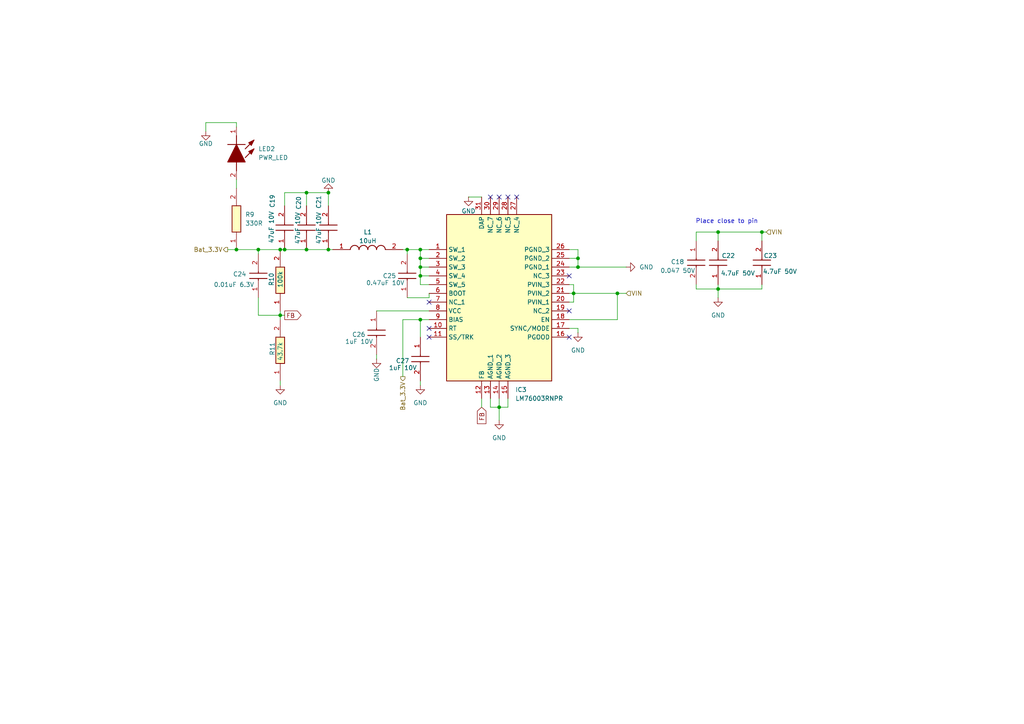
<source format=kicad_sch>
(kicad_sch (version 20250114) (generator "eeschema") (generator_version "9.0")
  (paper "A4")
  (title_block (title "3.3V Regulator"))
  (lib_symbols
    (symbol "SamacSys_Parts:12065D475MAT2A" (pin_names (hide yes))
      (property "Reference" "C" (at 8.89 6.35 0))
      (property "Value" "12065D475MAT2A" (at 8.89 3.81 0))
      (symbol "12065D475MAT2A_1_1"
        (polyline (pts (xy 5.08 0) (xy 5.588 0)) (stroke (width 0.254)))
        (polyline (pts (xy 5.588 2.54) (xy 5.588 -2.54)) (stroke (width 0.254)))
        (polyline (pts (xy 7.112 2.54) (xy 7.112 -2.54)) (stroke (width 0.254)))
        (polyline (pts (xy 7.112 0) (xy 7.62 0)) (stroke (width 0.254)))
        (pin passive line (at 0 0 0) (length 5.08) (name "1") (number "1"))
        (pin passive line (at 12.7 0 180) (length 5.08) (name "2") (number "2"))
      )
    )
    (symbol "SamacSys_Parts:AC0603KPX7R9BB473" (pin_names (hide yes))
      (property "Reference" "C" (at 8.89 6.35 0))
      (property "Value" "AC0603KPX7R9BB473" (at 8.89 3.81 0))
      (symbol "AC0603KPX7R9BB473_1_1"
        (polyline (pts (xy 5.08 0) (xy 5.588 0)) (stroke (width 0.254)))
        (polyline (pts (xy 5.588 2.54) (xy 5.588 -2.54)) (stroke (width 0.254)))
        (polyline (pts (xy 7.112 2.54) (xy 7.112 -2.54)) (stroke (width 0.254)))
        (polyline (pts (xy 7.112 0) (xy 7.62 0)) (stroke (width 0.254)))
        (pin passive line (at 0 0 0) (length 5.08) (name "1") (number "1"))
        (pin passive line (at 12.7 0 180) (length 5.08) (name "2") (number "2"))
      )
    )
    (symbol "SamacSys_Parts:C0603C103K9RACTU" (pin_names (hide yes))
      (property "Reference" "C" (at 8.89 6.35 0))
      (property "Value" "C0603C103K9RACTU" (at 8.89 3.81 0))
      (symbol "C0603C103K9RACTU_1_1"
        (polyline (pts (xy 5.08 0) (xy 5.588 0)) (stroke (width 0.254)))
        (polyline (pts (xy 5.588 2.54) (xy 5.588 -2.54)) (stroke (width 0.254)))
        (polyline (pts (xy 7.112 2.54) (xy 7.112 -2.54)) (stroke (width 0.254)))
        (polyline (pts (xy 7.112 0) (xy 7.62 0)) (stroke (width 0.254)))
        (pin passive line (at 0 0 0) (length 5.08) (name "1") (number "1"))
        (pin passive line (at 12.7 0 180) (length 5.08) (name "2") (number "2"))
      )
    )
    (symbol "SamacSys_Parts:CRCW0805100KJNEA" (pin_names (hide yes))
      (property "Reference" "R" (at 13.97 6.35 0))
      (property "Value" "CRCW0805100KJNEA" (at 13.97 3.81 0))
      (symbol "CRCW0805100KJNEA_1_1"
        (rectangle (start 5.08 1.27) (end 12.7 -1.27) (stroke (width 0.254)) (fill (type background)))
        (pin passive line (at 0 0 0) (length 5.08) (name "1") (number "1"))
        (pin passive line (at 17.78 0 180) (length 5.08) (name "2") (number "2"))
      )
    )
    (symbol "SamacSys_Parts:GRM188R71A474JA61J" (pin_names (hide yes))
      (property "Reference" "C" (at 8.89 6.35 0))
      (property "Value" "GRM188R71A474JA61J" (at 8.89 3.81 0))
      (symbol "GRM188R71A474JA61J_1_1"
        (polyline (pts (xy 5.08 0) (xy 5.588 0)) (stroke (width 0.254)))
        (polyline (pts (xy 5.588 2.54) (xy 5.588 -2.54)) (stroke (width 0.254)))
        (polyline (pts (xy 7.112 2.54) (xy 7.112 -2.54)) (stroke (width 0.254)))
        (polyline (pts (xy 7.112 0) (xy 7.62 0)) (stroke (width 0.254)))
        (pin passive line (at 0 0 0) (length 5.08) (name "1") (number "1"))
        (pin passive line (at 12.7 0 180) (length 5.08) (name "2") (number "2"))
      )
    )
    (symbol "SamacSys_Parts:GRM21BR61A476ME15L" (pin_names (hide yes))
      (property "Reference" "C" (at 8.89 6.35 0))
      (property "Value" "GRM21BR61A476ME15L" (at 8.89 3.81 0))
      (symbol "GRM21BR61A476ME15L_1_1"
        (polyline (pts (xy 5.08 0) (xy 5.588 0)) (stroke (width 0.254)))
        (polyline (pts (xy 5.588 2.54) (xy 5.588 -2.54)) (stroke (width 0.254)))
        (polyline (pts (xy 7.112 2.54) (xy 7.112 -2.54)) (stroke (width 0.254)))
        (polyline (pts (xy 7.112 0) (xy 7.62 0)) (stroke (width 0.254)))
        (pin passive line (at 0 0 0) (length 5.08) (name "1") (number "1"))
        (pin passive line (at 12.7 0 180) (length 5.08) (name "2") (number "2"))
      )
    )
    (symbol "SamacSys_Parts:IHLP2525BDER100M01" (pin_names (hide yes))
      (property "Reference" "L" (at 16.51 6.35 0))
      (property "Value" "IHLP2525BDER100M01" (at 16.51 3.81 0))
      (symbol "IHLP2525BDER100M01_1_1"
        (arc (start 5.08 0) (mid 6.35 1.219) (end 7.62 0) (stroke (width 0.254)))
        (arc (start 7.62 0) (mid 8.89 1.219) (end 10.16 0) (stroke (width 0.254)))
        (arc (start 10.16 0) (mid 11.43 1.219) (end 12.7 0) (stroke (width 0.254)))
        (arc (start 12.7 0) (mid 13.97 1.219) (end 15.24 0) (stroke (width 0.254)))
        (pin passive line (at 0 0 0) (length 5.08) (name "1") (number "1"))
        (pin passive line (at 20.32 0 180) (length 5.08) (name "2") (number "2"))
      )
    )
    (symbol "SamacSys_Parts:KR_EELP41.22-Q1S1-36-A8J8-020-R18" (pin_names (hide yes))
      (property "Reference" "LED" (at 12.7 8.89 0))
      (property "Value" "KR_EELP41.22-Q1S1-36-A8J8-020-R18" (at 12.7 6.35 0))
      (symbol "KR_EELP41.22-Q1S1-36-A8J8-020-R18_1_1"
        (polyline (pts (xy 2.54 0) (xy 5.08 0)) (stroke (width 0.254)))
        (polyline (pts (xy 5.08 2.54) (xy 5.08 -2.54)) (stroke (width 0.254)))
        (polyline (pts (xy 5.08 0) (xy 10.16 2.54) (xy 10.16 -2.54) (xy 5.08 0)) (stroke (width 0.254)) (fill (type outline)))
        (polyline (pts (xy 5.334 4.318) (xy 4.572 3.556) (xy 3.81 5.08) (xy 5.334 4.318)) (stroke (width 0.254)) (fill (type outline)))
        (polyline (pts (xy 6.35 2.54) (xy 3.81 5.08)) (stroke (width 0.254)))
        (polyline (pts (xy 7.874 4.318) (xy 7.112 3.556) (xy 6.35 5.08) (xy 7.874 4.318)) (stroke (width 0.254)) (fill (type outline)))
        (polyline (pts (xy 8.89 2.54) (xy 6.35 5.08)) (stroke (width 0.254)))
        (polyline (pts (xy 10.16 0) (xy 12.7 0)) (stroke (width 0.254)))
        (pin passive line (at 0 0 0) (length 2.54) (name "K") (number "1"))
        (pin passive line (at 15.24 0 180) (length 2.54) (name "A") (number "2"))
      )
    )
    (symbol "SamacSys_Parts:LM76003RNPR"
      (property "Reference" "IC" (at 36.83 15.24 0))
      (property "Value" "LM76003RNPR" (at 36.83 12.7 0))
      (symbol "LM76003RNPR_1_1"
        (rectangle (start 5.08 10.16) (end 35.56 -38.1) (stroke (width 0.254)) (fill (type background)))
        (pin passive line (at 0 0 0) (length 5.08) (name "SW_1") (number "1"))
        (pin passive line (at 0 -2.54 0) (length 5.08) (name "SW_2") (number "2"))
        (pin passive line (at 0 -5.08 0) (length 5.08) (name "SW_3") (number "3"))
        (pin passive line (at 0 -7.62 0) (length 5.08) (name "SW_4") (number "4"))
        (pin passive line (at 0 -10.16 0) (length 5.08) (name "SW_5") (number "5"))
        (pin passive line (at 0 -12.7 0) (length 5.08) (name "BOOT") (number "6"))
        (pin passive line (at 0 -15.24 0) (length 5.08) (name "NC_1") (number "7"))
        (pin passive line (at 0 -17.78 0) (length 5.08) (name "VCC") (number "8"))
        (pin passive line (at 0 -20.32 0) (length 5.08) (name "BIAS") (number "9"))
        (pin passive line (at 0 -22.86 0) (length 5.08) (name "RT") (number "10"))
        (pin passive line (at 0 -25.4 0) (length 5.08) (name "SS/TRK") (number "11"))
        (pin passive line (at 15.24 15.24 270) (length 5.08) (name "DAP") (number "31"))
        (pin passive line (at 15.24 -43.18 90) (length 5.08) (name "FB") (number "12"))
        (pin passive line (at 17.78 15.24 270) (length 5.08) (name "NC_7") (number "30"))
        (pin passive line (at 17.78 -43.18 90) (length 5.08) (name "AGND_1") (number "13"))
        (pin passive line (at 20.32 15.24 270) (length 5.08) (name "NC_6") (number "29"))
        (pin passive line (at 20.32 -43.18 90) (length 5.08) (name "AGND_2") (number "14"))
        (pin passive line (at 22.86 15.24 270) (length 5.08) (name "NC_5") (number "28"))
        (pin passive line (at 22.86 -43.18 90) (length 5.08) (name "AGND_3") (number "15"))
        (pin passive line (at 25.4 15.24 270) (length 5.08) (name "NC_4") (number "27"))
        (pin passive line (at 40.64 0 180) (length 5.08) (name "PGND_3") (number "26"))
        (pin passive line (at 40.64 -2.54 180) (length 5.08) (name "PGND_2") (number "25"))
        (pin passive line (at 40.64 -5.08 180) (length 5.08) (name "PGND_1") (number "24"))
        (pin passive line (at 40.64 -7.62 180) (length 5.08) (name "NC_3") (number "23"))
        (pin passive line (at 40.64 -10.16 180) (length 5.08) (name "PVIN_3") (number "22"))
        (pin passive line (at 40.64 -12.7 180) (length 5.08) (name "PVIN_2") (number "21"))
        (pin passive line (at 40.64 -15.24 180) (length 5.08) (name "PVIN_1") (number "20"))
        (pin passive line (at 40.64 -17.78 180) (length 5.08) (name "NC_2") (number "19"))
        (pin passive line (at 40.64 -20.32 180) (length 5.08) (name "EN") (number "18"))
        (pin passive line (at 40.64 -22.86 180) (length 5.08) (name "SYNC/MODE") (number "17"))
        (pin passive line (at 40.64 -25.4 180) (length 5.08) (name "PGOOD") (number "16"))
      )
    )
    (symbol "SamacSys_Parts:LMK107B7105KA-T" (pin_names (hide yes))
      (property "Reference" "C" (at 8.89 6.35 0))
      (property "Value" "LMK107B7105KA-T" (at 8.89 3.81 0))
      (symbol "LMK107B7105KA-T_1_1"
        (polyline (pts (xy 5.08 0) (xy 5.588 0)) (stroke (width 0.254)))
        (polyline (pts (xy 5.588 2.54) (xy 5.588 -2.54)) (stroke (width 0.254)))
        (polyline (pts (xy 7.112 2.54) (xy 7.112 -2.54)) (stroke (width 0.254)))
        (polyline (pts (xy 7.112 0) (xy 7.62 0)) (stroke (width 0.254)))
        (pin passive line (at 0 0 0) (length 5.08) (name "1") (number "1"))
        (pin passive line (at 12.7 0 180) (length 5.08) (name "2") (number "2"))
      )
    )
    (symbol "SamacSys_Parts:MCU08050C3300FP500" (pin_names (hide yes))
      (property "Reference" "R" (at 13.97 6.35 0))
      (property "Value" "MCU08050C3300FP500" (at 13.97 3.81 0))
      (symbol "MCU08050C3300FP500_1_1"
        (rectangle (start 5.08 1.27) (end 12.7 -1.27) (stroke (width 0.254)) (fill (type background)))
        (pin passive line (at 0 0 0) (length 5.08) (name "1") (number "1"))
        (pin passive line (at 17.78 0 180) (length 5.08) (name "2") (number "2"))
      )
    )
    (symbol "SamacSys_Parts:TNPW040243K7BEED" (pin_names (hide yes))
      (property "Reference" "R" (at 13.97 6.35 0))
      (property "Value" "TNPW040243K7BEED" (at 13.97 3.81 0))
      (symbol "TNPW040243K7BEED_1_1"
        (rectangle (start 5.08 1.27) (end 12.7 -1.27) (stroke (width 0.254)) (fill (type background)))
        (pin passive line (at 0 0 0) (length 5.08) (name "1") (number "1"))
        (pin passive line (at 17.78 0 180) (length 5.08) (name "2") (number "2"))
      )
    )
    (symbol "power:GND" (power) (pin_numbers (hide yes)) (pin_names (offset 0) (hide yes))
      (property "Value" "GND" (at 0 -3.81 0))
      (symbol "GND_0_1"
        (polyline (pts (xy 0 0) (xy 0 -1.27) (xy 1.27 -1.27) (xy 0 -2.54) (xy -1.27 -1.27) (xy 0 -1.27)))
      )
      (symbol "GND_1_1"
        (pin power_in line (at 0 0 270) (length 0) (name "~") (number "1"))
      )
    )
  )
  (text "Place close to pin" (at 210.82 64.262 0) (effects (font (size 1.27 1.27))))
  (junction (at 74.93 72.39))
  (junction (at 208.28 67.31))
  (junction (at 121.92 74.93))
  (junction (at 121.92 80.01))
  (junction (at 95.25 72.39))
  (junction (at 118.11 72.39))
  (junction (at 121.92 72.39))
  (junction (at 144.78 118.11))
  (junction (at 179.07 85.09))
  (junction (at 68.58 72.39))
  (junction (at 121.92 92.71))
  (junction (at 81.28 72.39))
  (junction (at 121.92 77.47))
  (junction (at 220.98 67.31))
  (junction (at 167.64 77.47))
  (junction (at 166.37 85.09))
  (junction (at 88.9 55.88))
  (junction (at 208.28 83.82))
  (junction (at 81.28 91.44))
  (junction (at 82.55 72.39))
  (junction (at 88.9 72.39))
  (junction (at 95.25 55.88))
  (junction (at 167.64 74.93))
  (no_connect (at 124.46 95.25))
  (no_connect (at 144.78 57.15))
  (no_connect (at 124.46 87.63))
  (no_connect (at 165.1 90.17))
  (no_connect (at 165.1 80.01))
  (no_connect (at 165.1 97.79))
  (no_connect (at 149.86 57.15))
  (no_connect (at 124.46 97.79))
  (no_connect (at 147.32 57.15))
  (no_connect (at 142.24 57.15))
  (wire (pts (xy 74.93 72.39) (xy 81.28 72.39)))
  (wire (pts (xy 167.64 77.47) (xy 181.61 77.47)))
  (wire (pts (xy 121.92 97.79) (xy 121.92 92.71)))
  (wire (pts (xy 81.28 72.39) (xy 82.55 72.39)))
  (wire (pts (xy 166.37 87.63) (xy 165.1 87.63)))
  (wire (pts (xy 68.58 52.07) (xy 68.58 54.61)))
  (wire (pts (xy 68.58 35.56) (xy 68.58 36.83)))
  (wire (pts (xy 124.46 82.55) (xy 121.92 82.55)))
  (wire (pts (xy 121.92 110.49) (xy 121.92 111.76)))
  (wire (pts (xy 165.1 74.93) (xy 167.64 74.93)))
  (wire (pts (xy 82.55 72.39) (xy 88.9 72.39)))
  (wire (pts (xy 208.28 86.36) (xy 208.28 83.82)))
  (wire (pts (xy 118.11 73.66) (xy 118.11 72.39)))
  (wire (pts (xy 121.92 74.93) (xy 124.46 74.93)))
  (wire (pts (xy 220.98 67.31) (xy 220.98 69.85)))
  (wire (pts (xy 139.7 115.57) (xy 139.7 118.11)))
  (wire (pts (xy 59.69 38.1) (xy 59.69 35.56)))
  (wire (pts (xy 165.1 72.39) (xy 167.64 72.39)))
  (wire (pts (xy 121.92 77.47) (xy 121.92 74.93)))
  (wire (pts (xy 88.9 55.88) (xy 88.9 59.69)))
  (wire (pts (xy 68.58 72.39) (xy 74.93 72.39)))
  (wire (pts (xy 121.92 92.71) (xy 124.46 92.71)))
  (wire (pts (xy 179.07 92.71) (xy 179.07 85.09)))
  (wire (pts (xy 74.93 73.66) (xy 74.93 72.39)))
  (wire (pts (xy 74.93 86.36) (xy 74.93 91.44)))
  (wire (pts (xy 81.28 110.49) (xy 81.28 111.76)))
  (wire (pts (xy 121.92 74.93) (xy 121.92 72.39)))
  (wire (pts (xy 208.28 82.55) (xy 208.28 83.82)))
  (wire (pts (xy 147.32 115.57) (xy 147.32 118.11)))
  (wire (pts (xy 201.93 82.55) (xy 201.93 83.82)))
  (wire (pts (xy 166.37 85.09) (xy 166.37 87.63)))
  (wire (pts (xy 95.25 72.39) (xy 96.52 72.39)))
  (wire (pts (xy 88.9 72.39) (xy 95.25 72.39)))
  (wire (pts (xy 116.84 109.22) (xy 116.84 92.71)))
  (wire (pts (xy 135.89 57.15) (xy 139.7 57.15)))
  (wire (pts (xy 88.9 55.88) (xy 95.25 55.88)))
  (wire (pts (xy 124.46 86.36) (xy 124.46 85.09)))
  (wire (pts (xy 95.25 55.88) (xy 95.25 59.69)))
  (wire (pts (xy 220.98 67.31) (xy 222.25 67.31)))
  (wire (pts (xy 121.92 82.55) (xy 121.92 80.01)))
  (wire (pts (xy 121.92 77.47) (xy 124.46 77.47)))
  (wire (pts (xy 144.78 115.57) (xy 144.78 118.11)))
  (wire (pts (xy 118.11 86.36) (xy 124.46 86.36)))
  (wire (pts (xy 167.64 96.52) (xy 167.64 95.25)))
  (wire (pts (xy 208.28 67.31) (xy 208.28 69.85)))
  (wire (pts (xy 201.93 67.31) (xy 208.28 67.31)))
  (wire (pts (xy 81.28 91.44) (xy 81.28 92.71)))
  (wire (pts (xy 166.37 82.55) (xy 166.37 85.09)))
  (wire (pts (xy 116.84 72.39) (xy 118.11 72.39)))
  (wire (pts (xy 208.28 67.31) (xy 220.98 67.31)))
  (wire (pts (xy 181.61 85.09) (xy 179.07 85.09)))
  (wire (pts (xy 166.37 85.09) (xy 179.07 85.09)))
  (wire (pts (xy 116.84 92.71) (xy 121.92 92.71)))
  (wire (pts (xy 118.11 72.39) (xy 121.92 72.39)))
  (wire (pts (xy 109.22 90.17) (xy 124.46 90.17)))
  (wire (pts (xy 144.78 118.11) (xy 147.32 118.11)))
  (wire (pts (xy 109.22 102.87) (xy 109.22 104.14)))
  (wire (pts (xy 165.1 92.71) (xy 179.07 92.71)))
  (wire (pts (xy 82.55 55.88) (xy 88.9 55.88)))
  (wire (pts (xy 165.1 85.09) (xy 166.37 85.09)))
  (wire (pts (xy 121.92 80.01) (xy 121.92 77.47)))
  (wire (pts (xy 74.93 91.44) (xy 81.28 91.44)))
  (wire (pts (xy 142.24 115.57) (xy 142.24 118.11)))
  (wire (pts (xy 142.24 118.11) (xy 144.78 118.11)))
  (wire (pts (xy 167.64 95.25) (xy 165.1 95.25)))
  (wire (pts (xy 144.78 118.11) (xy 144.78 121.92)))
  (wire (pts (xy 220.98 82.55) (xy 220.98 83.82)))
  (wire (pts (xy 165.1 82.55) (xy 166.37 82.55)))
  (wire (pts (xy 208.28 83.82) (xy 220.98 83.82)))
  (wire (pts (xy 121.92 80.01) (xy 124.46 80.01)))
  (wire (pts (xy 201.93 83.82) (xy 208.28 83.82)))
  (wire (pts (xy 81.28 91.44) (xy 82.55 91.44)))
  (wire (pts (xy 59.69 35.56) (xy 68.58 35.56)))
  (wire (pts (xy 121.92 72.39) (xy 124.46 72.39)))
  (wire (pts (xy 165.1 77.47) (xy 167.64 77.47)))
  (wire (pts (xy 66.04 72.39) (xy 68.58 72.39)))
  (wire (pts (xy 167.64 74.93) (xy 167.64 77.47)))
  (wire (pts (xy 81.28 90.17) (xy 81.28 91.44)))
  (wire (pts (xy 201.93 69.85) (xy 201.93 67.31)))
  (wire (pts (xy 82.55 59.69) (xy 82.55 55.88)))
  (wire (pts (xy 167.64 72.39) (xy 167.64 74.93)))
  (global_label "FB" (shape output) (at 82.55 91.44 0) (property "Intersheetrefs" "${INTERSHEET_REFS}" (effects (hide yes))))
  (global_label "FB" (shape input) (at 139.7 118.11 270) (property "Intersheetrefs" "${INTERSHEET_REFS}" (effects (hide yes))))
  (hierarchical_label "VIN" (shape input) (at 181.61 85.09 0))
  (hierarchical_label "VIN" (shape input) (at 222.25 67.31 0))
  (hierarchical_label "Bat_3.3V" (shape output) (at 66.04 72.39 180))
  (hierarchical_label "Bat_3.3V" (shape output) (at 116.84 109.22 270))
  (symbol (lib_id "power:GND") (at 135.89 57.15 0) (unit 1)
    (property "Reference" "#PWR022" (effects (hide yes)))
    (property "Value" "GND" (at 135.89 61.214 0))
    (property "Description" "Power symbol creates a global label with name \"GND\" , ground" (effects (hide yes)))
  )
  (symbol (lib_id "SamacSys_Parts:GRM188R71A474JA61J") (at 118.11 86.36 90) (unit 1)
    (property "Reference" "C25" (at 110.998 80.01 90) (effects (justify right)))
    (property "Value" "0.47uF 10V" (at 106.172 82.042 90) (effects (justify right)))
    (property "Footprint" "CAPC1608X90N" (effects (hide yes)))
    (property "Datasheet" "https://search.murata.co.jp/Ceramy/image/img/A01X/G101/ENG/GRM188R71A474JA61-01A.pdf" (effects (hide yes)))
    (property "Description" "Chip Capacitor value 474" (effects (hide yes)))
    (property "Height" "0.9" (effects (hide yes)))
    (property "Manufacturer_Name" "Murata Electronics" (effects (hide yes)))
    (property "Manufacturer_Part_Number" "GRM188R71A474JA61J" (effects (hide yes)))
  )
  (symbol (lib_id "SamacSys_Parts:KR_EELP41.22-Q1S1-36-A8J8-020-R18") (at 68.58 36.83 270) (unit 1)
    (property "Reference" "LED2" (at 74.93 43.1799 90) (effects (justify left)))
    (property "Value" "PWR_LED" (at 74.93 45.7199 90) (effects (justify left)))
    (property "Footprint" "KREELP4122Q1S136A8J8020R18" (effects (hide yes)))
    (property "Datasheet" "https://look.ams-osram.com/m/7eda7e8e2ca21691/original/KR-EELP41-22.pdf" (effects (hide yes)))
    (property "Description" "Red 624nm LED Indication - Discrete 1.95V 0603 (1608 Metric)" (effects (hide yes)))
    (property "Height" "0.5" (effects (hide yes)))
    (property "Mouser Part Number" "720-P412Q1S136A8J802" (effects (hide yes)))
    (property "Mouser Price/Stock" "https://www.mouser.co.uk/ProductDetail/ams-OSRAM/KR-EELP41.22-Q1S1-36-A8J8-020-R18?qs=ZcfC38r4PouTxNZSRl%252Bn6g%3D%3D" (effects (hide yes)))
    (property "Manufacturer_Name" "ams OSRAM" (effects (hide yes)))
    (property "Manufacturer_Part_Number" "KR EELP41.22-Q1S1-36-A8J8-020-R18" (effects (hide yes)))
  )
  (symbol (lib_id "SamacSys_Parts:IHLP2525BDER100M01") (at 96.52 72.39 0) (unit 1)
    (property "Reference" "L1" (at 106.68 67.31 0))
    (property "Value" "10uH" (at 106.68 69.85 0))
    (property "Footprint" "INDPM6965X240N" (effects (hide yes)))
    (property "Datasheet" "https://datasheet.datasheetarchive.com/originals/distributors/Datasheets-DGA11/2254165.pdf" (effects (hide yes)))
    (property "Description" "Vishay IHLP2525BD-01 Series Shielded Wire-wound SMD Inductor 10 uH +/-20% 7A Idc" (effects (hide yes)))
    (property "Height" "2.4" (effects (hide yes)))
    (property "Mouser Part Number" "70-IHLP2525BDER100M1" (effects (hide yes)))
    (property "Mouser Price/Stock" "https://www.mouser.co.uk/ProductDetail/Vishay-Dale/IHLP2525BDER100M01?qs=Ii3MhEF6M57xUYSRDLsUoA%3D%3D" (effects (hide yes)))
    (property "Manufacturer_Name" "Vishay" (effects (hide yes)))
    (property "Manufacturer_Part_Number" "IHLP2525BDER100M01" (effects (hide yes)))
  )
  (symbol (lib_id "SamacSys_Parts:GRM21BR61A476ME15L") (at 82.55 72.39 90) (unit 1)
    (property "Reference" "C19" (at 78.994 56.388 0) (effects (justify right)))
    (property "Value" "47uF 10V" (at 78.74 61.214 0) (effects (justify right)))
    (property "Footprint" "CAPC2012X145N" (effects (hide yes)))
    (property "Datasheet" "https://search.murata.co.jp/Ceramy/image/img/A01X/G101/ENG/GRM21BR61A476ME15-01A.pdf" (effects (hide yes)))
    (property "Description" "Multilayer Ceramic Capacitors MLCC - SMD/SMT 0805 47uF 10volts *Derate Voltage/Temp" (effects (hide yes)))
    (property "Height" "1.45" (effects (hide yes)))
    (property "Mouser Part Number" "81-GRM21BR61A476ME5L" (effects (hide yes)))
    (property "Mouser Price/Stock" "https://www.mouser.co.uk/ProductDetail/Murata-Electronics/GRM21BR61A476ME15L?qs=hNud%2FORuBR2%2FEB7WUpdltg%3D%3D" (effects (hide yes)))
    (property "Manufacturer_Name" "Murata Electronics" (effects (hide yes)))
    (property "Manufacturer_Part_Number" "GRM21BR61A476ME15L" (effects (hide yes)))
  )
  (symbol (lib_id "power:GND") (at 59.69 38.1 0) (unit 1)
    (property "Reference" "#PWR020" (effects (hide yes)))
    (property "Value" "GND" (at 59.69 41.656 0))
    (property "Description" "Power symbol creates a global label with name \"GND\" , ground" (effects (hide yes)))
  )
  (symbol (lib_id "power:GND") (at 181.61 77.47 90) (unit 1)
    (property "Reference" "#PWR023" (effects (hide yes)))
    (property "Value" "GND" (at 185.42 77.4699 90) (effects (justify right)))
    (property "Description" "Power symbol creates a global label with name \"GND\" , ground" (effects (hide yes)))
  )
  (symbol (lib_id "power:GND") (at 144.78 121.92 0) (unit 1)
    (property "Reference" "#PWR029" (effects (hide yes)))
    (property "Value" "GND" (at 144.78 127 0))
    (property "Description" "Power symbol creates a global label with name \"GND\" , ground" (effects (hide yes)))
  )
  (symbol (lib_id "SamacSys_Parts:GRM21BR61A476ME15L") (at 95.25 72.39 90) (unit 1)
    (property "Reference" "C21" (at 92.456 56.642 0) (effects (justify right)))
    (property "Value" "47uF 10V" (at 92.456 61.468 0) (effects (justify right)))
    (property "Footprint" "CAPC2012X145N" (effects (hide yes)))
    (property "Datasheet" "https://search.murata.co.jp/Ceramy/image/img/A01X/G101/ENG/GRM21BR61A476ME15-01A.pdf" (effects (hide yes)))
    (property "Description" "Multilayer Ceramic Capacitors MLCC - SMD/SMT 0805 47uF 10volts *Derate Voltage/Temp" (effects (hide yes)))
    (property "Height" "1.45" (effects (hide yes)))
    (property "Mouser Part Number" "81-GRM21BR61A476ME5L" (effects (hide yes)))
    (property "Mouser Price/Stock" "https://www.mouser.co.uk/ProductDetail/Murata-Electronics/GRM21BR61A476ME15L?qs=hNud%2FORuBR2%2FEB7WUpdltg%3D%3D" (effects (hide yes)))
    (property "Manufacturer_Name" "Murata Electronics" (effects (hide yes)))
    (property "Manufacturer_Part_Number" "GRM21BR61A476ME15L" (effects (hide yes)))
  )
  (symbol (lib_id "power:GND") (at 208.28 86.36 0) (unit 1)
    (property "Reference" "#PWR024" (effects (hide yes)))
    (property "Value" "GND" (at 208.28 91.44 0))
    (property "Description" "Power symbol creates a global label with name \"GND\" , ground" (effects (hide yes)))
  )
  (symbol (lib_id "SamacSys_Parts:LMK107B7105KA-T") (at 109.22 90.17 270) (unit 1)
    (property "Reference" "C26" (at 102.108 97.028 90) (effects (justify left)))
    (property "Value" "1uF 10V" (at 100.076 99.06 90) (effects (justify left)))
    (property "Footprint" "CAPC1608X90N" (effects (hide yes)))
    (property "Datasheet" "https://ds.yuden.co.jp/TYCOMPAS/ut/detail?pn=LMK107B7105KA-T%20%20&u=M" (effects (hide yes)))
    (property "Description" "Taiyo Yuden LMK107B7105KA-T 1uF Multilayer Ceramic Capacitor MLCC 10V dc +/-10% Tolerance SMD" (effects (hide yes)))
    (property "Height" "0.9" (effects (hide yes)))
    (property "Mouser Part Number" "963-LMK107B7105KA-T" (effects (hide yes)))
    (property "Mouser Price/Stock" "https://www.mouser.co.uk/ProductDetail/TAIYO-YUDEN/LMK107B7105KA-T?qs=PzICbMaShUcSYTxLDnqe3A%3D%3D" (effects (hide yes)))
    (property "Manufacturer_Name" "TAIYO YUDEN" (effects (hide yes)))
    (property "Manufacturer_Part_Number" "LMK107B7105KA-T" (effects (hide yes)))
  )
  (symbol (lib_id "power:GND") (at 109.22 104.14 0) (unit 1)
    (property "Reference" "#PWR026" (effects (hide yes)))
    (property "Value" "GND" (at 109.22 106.68 90) (effects (justify right)))
    (property "Description" "Power symbol creates a global label with name \"GND\" , ground" (effects (hide yes)))
  )
  (symbol (lib_id "power:GND") (at 121.92 111.76 0) (unit 1)
    (property "Reference" "#PWR028" (effects (hide yes)))
    (property "Value" "GND" (at 121.92 116.84 0))
    (property "Description" "Power symbol creates a global label with name \"GND\" , ground" (effects (hide yes)))
  )
  (symbol (lib_id "SamacSys_Parts:AC0603KPX7R9BB473") (at 201.93 69.85 270) (unit 1)
    (property "Reference" "C18" (at 194.564 75.946 90) (effects (justify left)))
    (property "Value" "0.047 50V" (at 191.516 78.486 90) (effects (justify left)))
    (property "Footprint" "CAPC1608X90N" (effects (hide yes)))
    (property "Datasheet" "https://www.yageo.com/upload/media/product/productsearch/datasheet/mlcc/UPY-AC_NP0X7RX7S_6.3V-to-2KV_19.pdf" (effects (hide yes)))
    (property "Description" "Multilayer Ceramic Capacitors MLCC - SMD/SMT 50V 0.047uF X7R 0603 10% AEC-Q200" (effects (hide yes)))
    (property "Height" "0.9" (effects (hide yes)))
    (property "Mouser Part Number" "603-AC603KPX7R9BB473" (effects (hide yes)))
    (property "Mouser Price/Stock" "https://www.mouser.co.uk/ProductDetail/YAGEO/AC0603KPX7R9BB473?qs=A6eO%252BMLsxmQR%252BGuuoVGLIQ%3D%3D" (effects (hide yes)))
    (property "Manufacturer_Name" "YAGEO" (effects (hide yes)))
    (property "Manufacturer_Part_Number" "AC0603KPX7R9BB473" (effects (hide yes)))
  )
  (symbol (lib_id "SamacSys_Parts:GRM21BR61A476ME15L") (at 88.9 72.39 90) (unit 1)
    (property "Reference" "C20" (at 86.614 56.896 0) (effects (justify right)))
    (property "Value" "47uF 10V" (at 86.36 61.468 0) (effects (justify right)))
    (property "Footprint" "CAPC2012X145N" (effects (hide yes)))
    (property "Datasheet" "https://search.murata.co.jp/Ceramy/image/img/A01X/G101/ENG/GRM21BR61A476ME15-01A.pdf" (effects (hide yes)))
    (property "Description" "Multilayer Ceramic Capacitors MLCC - SMD/SMT 0805 47uF 10volts *Derate Voltage/Temp" (effects (hide yes)))
    (property "Height" "1.45" (effects (hide yes)))
    (property "Mouser Part Number" "81-GRM21BR61A476ME5L" (effects (hide yes)))
    (property "Mouser Price/Stock" "https://www.mouser.co.uk/ProductDetail/Murata-Electronics/GRM21BR61A476ME15L?qs=hNud%2FORuBR2%2FEB7WUpdltg%3D%3D" (effects (hide yes)))
    (property "Manufacturer_Name" "Murata Electronics" (effects (hide yes)))
    (property "Manufacturer_Part_Number" "GRM21BR61A476ME15L" (effects (hide yes)))
  )
  (symbol (lib_id "power:GND") (at 81.28 111.76 0) (unit 1)
    (property "Reference" "#PWR027" (effects (hide yes)))
    (property "Value" "GND" (at 81.28 116.84 0))
    (property "Description" "Power symbol creates a global label with name \"GND\" , ground" (effects (hide yes)))
  )
  (symbol (lib_id "SamacSys_Parts:12065D475MAT2A") (at 208.28 82.55 90) (unit 1)
    (property "Reference" "C22" (at 209.296 74.168 90) (effects (justify right)))
    (property "Value" "4.7uF 50V" (at 209.042 79.248 90) (effects (justify right)))
    (property "Footprint" "CAPC3216X229N" (effects (hide yes)))
    (property "Datasheet" "https://www.mouser.co.uk/datasheet/2/40/cx5r-776519.pdf" (effects (hide yes)))
    (property "Description" "General Purpose Dielectric for Ceramic Capacitors  EIA Class II Dielectric  Temperature variation of capacitance is within +/-15% from -55C to +85C  Well suited for decoupling and filtering applications  Available in High Capacitance values (up to 100uF)" (effects (hide yes)))
    (property "Height" "2.29" (effects (hide yes)))
    (property "Mouser Part Number" "581-12065D475MAT2A" (effects (hide yes)))
    (property "Mouser Price/Stock" "https://www.mouser.co.uk/ProductDetail/Kyocera-AVX/12065D475MAT2A?qs=ZBeOGGPQgEE6l2JlGqsrwg%3D%3D" (effects (hide yes)))
    (property "Manufacturer_Name" "Kyocera AVX" (effects (hide yes)))
    (property "Manufacturer_Part_Number" "12065D475MAT2A" (effects (hide yes)))
  )
  (symbol (lib_id "SamacSys_Parts:12065D475MAT2A") (at 220.98 82.55 90) (unit 1)
    (property "Reference" "C23" (at 221.488 74.168 90) (effects (justify right)))
    (property "Value" "4.7uF 50V" (at 221.234 78.74 90) (effects (justify right)))
    (property "Footprint" "CAPC3216X229N" (effects (hide yes)))
    (property "Datasheet" "https://www.mouser.co.uk/datasheet/2/40/cx5r-776519.pdf" (effects (hide yes)))
    (property "Description" "General Purpose Dielectric for Ceramic Capacitors  EIA Class II Dielectric  Temperature variation of capacitance is within +/-15% from -55C to +85C  Well suited for decoupling and filtering applications  Available in High Capacitance values (up to 100uF)" (effects (hide yes)))
    (property "Height" "2.29" (effects (hide yes)))
    (property "Mouser Part Number" "581-12065D475MAT2A" (effects (hide yes)))
    (property "Mouser Price/Stock" "https://www.mouser.co.uk/ProductDetail/Kyocera-AVX/12065D475MAT2A?qs=ZBeOGGPQgEE6l2JlGqsrwg%3D%3D" (effects (hide yes)))
    (property "Manufacturer_Name" "Kyocera AVX" (effects (hide yes)))
    (property "Manufacturer_Part_Number" "12065D475MAT2A" (effects (hide yes)))
  )
  (symbol (lib_id "SamacSys_Parts:TNPW040243K7BEED") (at 81.28 110.49 90) (unit 1)
    (property "Reference" "R11" (at 78.994 103.124 0) (effects (justify left)))
    (property "Value" "43.7k" (at 81.28 104.648 0) (effects (justify left)))
    (property "Footprint" "RESC1005X40N" (effects (hide yes)))
    (property "Datasheet" "https://www.arrow.com/en/products/tnpw040243k7beed/vishay?region=nac" (effects (hide yes)))
    (property "Description" "Res Thin Film 0402 43.7K Ohm 0.1% 0.063W(1/16W) +/-25ppm/C Sulfur Resistant Pad SMD Automotive Medical T/R" (effects (hide yes)))
    (property "Height" "0.4" (effects (hide yes)))
    (property "Mouser Part Number" "71-TNPW040243K7BEED" (effects (hide yes)))
    (property "Mouser Price/Stock" "https://www.mouser.co.uk/ProductDetail/Vishay-Dale/TNPW040243K7BEED?qs=FzhAKWsHbnC1tqeS1bvdEg%3D%3D" (effects (hide yes)))
    (property "Manufacturer_Name" "Vishay" (effects (hide yes)))
    (property "Manufacturer_Part_Number" "TNPW040243K7BEED" (effects (hide yes)))
  )
  (symbol (lib_id "SamacSys_Parts:LM76003RNPR") (at 124.46 72.39 0) (unit 1)
    (property "Reference" "IC3" (at 149.4633 113.03 0) (effects (justify left)))
    (property "Value" "LM76003RNPR" (at 149.4633 115.57 0) (effects (justify left)))
    (property "Footprint" "LM76003RNPR" (effects (hide yes)))
    (property "Datasheet" "http://www.ti.com/lit/gpn/LM76003" (effects (hide yes)))
    (property "Description" "3.5V to 60V, 3.5A Synchronous Step-Down Voltage Converter" (effects (hide yes)))
    (property "Height" "0.8" (effects (hide yes)))
    (property "Mouser Part Number" "595-LM76003RNPR" (effects (hide yes)))
    (property "Mouser Price/Stock" "https://www.mouser.co.uk/ProductDetail/Texas-Instruments/LM76003RNPR?qs=j%252B1pi9TdxUZmZBWKnG1O7Q%3D%3D" (effects (hide yes)))
    (property "Manufacturer_Name" "Texas Instruments" (effects (hide yes)))
    (property "Manufacturer_Part_Number" "LM76003RNPR" (effects (hide yes)))
  )
  (symbol (lib_id "SamacSys_Parts:CRCW0805100KJNEA") (at 81.28 90.17 90) (unit 1)
    (property "Reference" "R10" (at 78.74 81.026 0))
    (property "Value" "100k" (at 81.28 81.026 0))
    (property "Footprint" "RESC2012X50N" (effects (hide yes)))
    (property "Datasheet" "http://www.vishay.com/docs/20035/dcrcwe3.pdf" (effects (hide yes)))
    (property "Description" "Thick Film Resistors - SMD 1/8watt 100Kohms 200ppm" (effects (hide yes)))
    (property "Height" "0.5" (effects (hide yes)))
    (property "Mouser Part Number" "71-CRCW0805J-100K-E3" (effects (hide yes)))
    (property "Mouser Price/Stock" "https://www.mouser.co.uk/ProductDetail/Vishay-Dale/CRCW0805100KJNEA?qs=LOX6nxTstiZZKnHXqjj9tA%3D%3D" (effects (hide yes)))
    (property "Manufacturer_Name" "Vishay" (effects (hide yes)))
    (property "Manufacturer_Part_Number" "CRCW0805100KJNEA" (effects (hide yes)))
  )
  (symbol (lib_id "power:GND") (at 95.25 55.88 180) (unit 1)
    (property "Reference" "#PWR021" (effects (hide yes)))
    (property "Value" "GND" (at 95.25 52.324 0))
    (property "Description" "Power symbol creates a global label with name \"GND\" , ground" (effects (hide yes)))
  )
  (symbol (lib_id "SamacSys_Parts:MCU08050C3300FP500") (at 68.58 72.39 90) (unit 1)
    (property "Reference" "R9" (at 71.12 62.2299 90) (effects (justify right)))
    (property "Value" "330R" (at 71.12 64.7699 90) (effects (justify right)))
    (property "Footprint" "RESC2012X55N" (effects (hide yes)))
    (property "Datasheet" "http://www.vishay.com/docs/28705/mcx0x0xpro.pdf" (effects (hide yes)))
    (property "Description" "RES SMD 330 OHM 1% 1/5W 0805" (effects (hide yes)))
    (property "Height" "0.55" (effects (hide yes)))
    (property "Mouser Part Number" "594-MCU08050C3300FP5" (effects (hide yes)))
    (property "Mouser Price/Stock" "https://www.mouser.co.uk/ProductDetail/Vishay-Beyschlag/MCU08050C3300FP500?qs=hjSuqQECij%252Bru8%252BZTqcyAw%3D%3D" (effects (hide yes)))
    (property "Manufacturer_Name" "Vishay" (effects (hide yes)))
    (property "Manufacturer_Part_Number" "MCU08050C3300FP500" (effects (hide yes)))
  )
  (symbol (lib_id "power:GND") (at 167.64 96.52 0) (unit 1)
    (property "Reference" "#PWR025" (effects (hide yes)))
    (property "Value" "GND" (at 167.64 101.6 0))
    (property "Description" "Power symbol creates a global label with name \"GND\" , ground" (effects (hide yes)))
  )
  (symbol (lib_id "SamacSys_Parts:LMK107B7105KA-T") (at 121.92 97.79 270) (unit 1)
    (property "Reference" "C27" (at 114.808 104.648 90) (effects (justify left)))
    (property "Value" "1uF 10V" (at 112.776 106.68 90) (effects (justify left)))
    (property "Footprint" "CAPC1608X90N" (effects (hide yes)))
    (property "Datasheet" "https://ds.yuden.co.jp/TYCOMPAS/ut/detail?pn=LMK107B7105KA-T%20%20&u=M" (effects (hide yes)))
    (property "Description" "Taiyo Yuden LMK107B7105KA-T 1uF Multilayer Ceramic Capacitor MLCC 10V dc +/-10% Tolerance SMD" (effects (hide yes)))
    (property "Height" "0.9" (effects (hide yes)))
    (property "Mouser Part Number" "963-LMK107B7105KA-T" (effects (hide yes)))
    (property "Mouser Price/Stock" "https://www.mouser.co.uk/ProductDetail/TAIYO-YUDEN/LMK107B7105KA-T?qs=PzICbMaShUcSYTxLDnqe3A%3D%3D" (effects (hide yes)))
    (property "Manufacturer_Name" "TAIYO YUDEN" (effects (hide yes)))
    (property "Manufacturer_Part_Number" "LMK107B7105KA-T" (effects (hide yes)))
  )
  (symbol (lib_id "SamacSys_Parts:C0603C103K9RACTU") (at 74.93 86.36 90) (unit 1)
    (property "Reference" "C24" (at 67.564 79.502 90) (effects (justify right)))
    (property "Value" "0.01uF 6.3V" (at 61.976 82.55 90) (effects (justify right)))
    (property "Footprint" "C0603" (effects (hide yes)))
    (property "Datasheet" "https://content.kemet.com/datasheets/KEM_C1002_X7R_SMD.pdf" (effects (hide yes)))
    (property "Description" "SMD Comm X7R, Ceramic, 0.01 uF, 10%, 6.3 VDC, 15.75 VDC, 125C, -55C, X7R, SMD, MLCC, Temperature Stable, Class II, 5 % , 10 GOhms, 4.8 mg, 0603, 1.6mm, 0.8mm, 0.8mm, 0.7mm, 0.35mm, 4000, 78  Weeks, 80" (effects (hide yes)))
    (property "Height" "0.87" (effects (hide yes)))
    (property "Mouser Part Number" "80-C0603C103K9R" (effects (hide yes)))
    (property "Mouser Price/Stock" "https://www.mouser.co.uk/ProductDetail/KEMET/C0603C103K9RACTU?qs=r%2FVmNO8Tjq6U7vsVOlbauA%3D%3D" (effects (hide yes)))
    (property "Manufacturer_Name" "KEMET" (effects (hide yes)))
    (property "Manufacturer_Part_Number" "C0603C103K9RACTU" (effects (hide yes)))
  )
)
</source>
